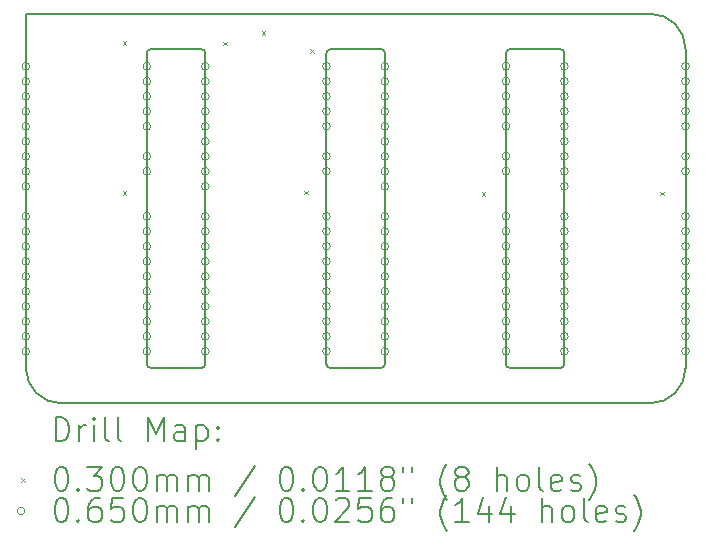
<source format=gbr>
%TF.GenerationSoftware,KiCad,Pcbnew,7.0.6-0*%
%TF.CreationDate,2023-10-14T16:46:22-04:00*%
%TF.ProjectId,FBI Board,46424920-426f-4617-9264-2e6b69636164,1*%
%TF.SameCoordinates,Original*%
%TF.FileFunction,Drillmap*%
%TF.FilePolarity,Positive*%
%FSLAX45Y45*%
G04 Gerber Fmt 4.5, Leading zero omitted, Abs format (unit mm)*
G04 Created by KiCad (PCBNEW 7.0.6-0) date 2023-10-14 16:46:22*
%MOMM*%
%LPD*%
G01*
G04 APERTURE LIST*
%ADD10C,0.150000*%
%ADD11C,0.200000*%
%ADD12C,0.030000*%
%ADD13C,0.065000*%
G04 APERTURE END LIST*
D10*
X11223000Y-8405000D02*
X11223000Y-11403852D01*
X15320000Y-8706000D02*
G75*
G03*
X15288000Y-8738000I0J-32000D01*
G01*
X12743000Y-8737000D02*
G75*
G03*
X12711000Y-8705000I-32000J0D01*
G01*
X13768000Y-11371000D02*
X13768000Y-8738000D01*
X12248000Y-11371000D02*
G75*
G03*
X12280000Y-11403000I32000J0D01*
G01*
X15784000Y-8738000D02*
X15784000Y-11371000D01*
X16508978Y-8405000D02*
X11223000Y-8405000D01*
X12248000Y-11371000D02*
X12248000Y-8737000D01*
X15752000Y-11403000D02*
X15320000Y-11403000D01*
X16508977Y-11704000D02*
X11523000Y-11704000D01*
X13800000Y-8706000D02*
G75*
G03*
X13768000Y-8738000I0J-32000D01*
G01*
X16809000Y-8705022D02*
X16809000Y-11403978D01*
X12743000Y-8737000D02*
X12743000Y-11371000D01*
X14263000Y-8738000D02*
G75*
G03*
X14231000Y-8706000I-32000J0D01*
G01*
X14263000Y-8738000D02*
X14263000Y-11371000D01*
X12280000Y-8705000D02*
X12711000Y-8705000D01*
X11222996Y-11403852D02*
G75*
G03*
X11523022Y-11703874I300024J2D01*
G01*
X13800000Y-8706000D02*
X14231000Y-8706000D01*
X12280000Y-8705000D02*
G75*
G03*
X12248000Y-8737000I0J-32000D01*
G01*
X15784000Y-8738000D02*
G75*
G03*
X15752000Y-8706000I-32000J0D01*
G01*
X16809000Y-8705022D02*
G75*
G03*
X16508978Y-8405000I-300020J2D01*
G01*
X13768000Y-11371000D02*
G75*
G03*
X13800000Y-11403000I32000J0D01*
G01*
X15320000Y-8706000D02*
X15752000Y-8706000D01*
X12711000Y-11403000D02*
G75*
G03*
X12743000Y-11371000I0J32000D01*
G01*
X15752000Y-11403000D02*
G75*
G03*
X15784000Y-11371000I0J32000D01*
G01*
X16508977Y-11704000D02*
G75*
G03*
X16809000Y-11403978I3J300020D01*
G01*
X14231000Y-11403000D02*
G75*
G03*
X14263000Y-11371000I0J32000D01*
G01*
X15288000Y-11371000D02*
G75*
G03*
X15320000Y-11403000I32000J0D01*
G01*
X12711000Y-11403000D02*
X12280000Y-11403000D01*
X14231000Y-11403000D02*
X13800000Y-11403000D01*
X15288000Y-11371000D02*
X15288000Y-8738000D01*
D11*
D12*
X12044000Y-8640000D02*
X12074000Y-8670000D01*
X12074000Y-8640000D02*
X12044000Y-8670000D01*
X12045000Y-9907000D02*
X12075000Y-9937000D01*
X12075000Y-9907000D02*
X12045000Y-9937000D01*
X12894000Y-8643000D02*
X12924000Y-8673000D01*
X12924000Y-8643000D02*
X12894000Y-8673000D01*
X13222000Y-8551000D02*
X13252000Y-8581000D01*
X13252000Y-8551000D02*
X13222000Y-8581000D01*
X13582000Y-9903000D02*
X13612000Y-9933000D01*
X13612000Y-9903000D02*
X13582000Y-9933000D01*
X13632000Y-8706000D02*
X13662000Y-8736000D01*
X13662000Y-8706000D02*
X13632000Y-8736000D01*
X15083000Y-9915000D02*
X15113000Y-9945000D01*
X15113000Y-9915000D02*
X15083000Y-9945000D01*
X16593000Y-9913000D02*
X16623000Y-9943000D01*
X16623000Y-9913000D02*
X16593000Y-9943000D01*
D13*
X11255500Y-8850000D02*
G75*
G03*
X11255500Y-8850000I-32500J0D01*
G01*
X11255500Y-8977000D02*
G75*
G03*
X11255500Y-8977000I-32500J0D01*
G01*
X11255500Y-9104000D02*
G75*
G03*
X11255500Y-9104000I-32500J0D01*
G01*
X11255500Y-9231000D02*
G75*
G03*
X11255500Y-9231000I-32500J0D01*
G01*
X11255500Y-9358000D02*
G75*
G03*
X11255500Y-9358000I-32500J0D01*
G01*
X11255500Y-9485000D02*
G75*
G03*
X11255500Y-9485000I-32500J0D01*
G01*
X11255500Y-9612000D02*
G75*
G03*
X11255500Y-9612000I-32500J0D01*
G01*
X11255500Y-9739000D02*
G75*
G03*
X11255500Y-9739000I-32500J0D01*
G01*
X11255500Y-9866000D02*
G75*
G03*
X11255500Y-9866000I-32500J0D01*
G01*
X11255500Y-10120000D02*
G75*
G03*
X11255500Y-10120000I-32500J0D01*
G01*
X11255500Y-10247000D02*
G75*
G03*
X11255500Y-10247000I-32500J0D01*
G01*
X11255500Y-10374000D02*
G75*
G03*
X11255500Y-10374000I-32500J0D01*
G01*
X11255500Y-10501000D02*
G75*
G03*
X11255500Y-10501000I-32500J0D01*
G01*
X11255500Y-10628000D02*
G75*
G03*
X11255500Y-10628000I-32500J0D01*
G01*
X11255500Y-10755000D02*
G75*
G03*
X11255500Y-10755000I-32500J0D01*
G01*
X11255500Y-10882000D02*
G75*
G03*
X11255500Y-10882000I-32500J0D01*
G01*
X11255500Y-11009000D02*
G75*
G03*
X11255500Y-11009000I-32500J0D01*
G01*
X11255500Y-11136000D02*
G75*
G03*
X11255500Y-11136000I-32500J0D01*
G01*
X11255500Y-11263000D02*
G75*
G03*
X11255500Y-11263000I-32500J0D01*
G01*
X12280500Y-8849000D02*
G75*
G03*
X12280500Y-8849000I-32500J0D01*
G01*
X12280500Y-8976000D02*
G75*
G03*
X12280500Y-8976000I-32500J0D01*
G01*
X12280500Y-9103000D02*
G75*
G03*
X12280500Y-9103000I-32500J0D01*
G01*
X12280500Y-9230000D02*
G75*
G03*
X12280500Y-9230000I-32500J0D01*
G01*
X12280500Y-9357000D02*
G75*
G03*
X12280500Y-9357000I-32500J0D01*
G01*
X12280500Y-9611000D02*
G75*
G03*
X12280500Y-9611000I-32500J0D01*
G01*
X12280500Y-9738000D02*
G75*
G03*
X12280500Y-9738000I-32500J0D01*
G01*
X12280500Y-10119000D02*
G75*
G03*
X12280500Y-10119000I-32500J0D01*
G01*
X12280500Y-10246000D02*
G75*
G03*
X12280500Y-10246000I-32500J0D01*
G01*
X12280500Y-10373000D02*
G75*
G03*
X12280500Y-10373000I-32500J0D01*
G01*
X12280500Y-10500000D02*
G75*
G03*
X12280500Y-10500000I-32500J0D01*
G01*
X12280500Y-10627000D02*
G75*
G03*
X12280500Y-10627000I-32500J0D01*
G01*
X12280500Y-10754000D02*
G75*
G03*
X12280500Y-10754000I-32500J0D01*
G01*
X12280500Y-10881000D02*
G75*
G03*
X12280500Y-10881000I-32500J0D01*
G01*
X12280500Y-11008000D02*
G75*
G03*
X12280500Y-11008000I-32500J0D01*
G01*
X12280500Y-11135000D02*
G75*
G03*
X12280500Y-11135000I-32500J0D01*
G01*
X12280500Y-11262000D02*
G75*
G03*
X12280500Y-11262000I-32500J0D01*
G01*
X12775500Y-8850000D02*
G75*
G03*
X12775500Y-8850000I-32500J0D01*
G01*
X12775500Y-8977000D02*
G75*
G03*
X12775500Y-8977000I-32500J0D01*
G01*
X12775500Y-9104000D02*
G75*
G03*
X12775500Y-9104000I-32500J0D01*
G01*
X12775500Y-9231000D02*
G75*
G03*
X12775500Y-9231000I-32500J0D01*
G01*
X12775500Y-9358000D02*
G75*
G03*
X12775500Y-9358000I-32500J0D01*
G01*
X12775500Y-9485000D02*
G75*
G03*
X12775500Y-9485000I-32500J0D01*
G01*
X12775500Y-9612000D02*
G75*
G03*
X12775500Y-9612000I-32500J0D01*
G01*
X12775500Y-9739000D02*
G75*
G03*
X12775500Y-9739000I-32500J0D01*
G01*
X12775500Y-9866000D02*
G75*
G03*
X12775500Y-9866000I-32500J0D01*
G01*
X12775500Y-10120000D02*
G75*
G03*
X12775500Y-10120000I-32500J0D01*
G01*
X12775500Y-10247000D02*
G75*
G03*
X12775500Y-10247000I-32500J0D01*
G01*
X12775500Y-10374000D02*
G75*
G03*
X12775500Y-10374000I-32500J0D01*
G01*
X12775500Y-10501000D02*
G75*
G03*
X12775500Y-10501000I-32500J0D01*
G01*
X12775500Y-10628000D02*
G75*
G03*
X12775500Y-10628000I-32500J0D01*
G01*
X12775500Y-10755000D02*
G75*
G03*
X12775500Y-10755000I-32500J0D01*
G01*
X12775500Y-10882000D02*
G75*
G03*
X12775500Y-10882000I-32500J0D01*
G01*
X12775500Y-11009000D02*
G75*
G03*
X12775500Y-11009000I-32500J0D01*
G01*
X12775500Y-11136000D02*
G75*
G03*
X12775500Y-11136000I-32500J0D01*
G01*
X12775500Y-11263000D02*
G75*
G03*
X12775500Y-11263000I-32500J0D01*
G01*
X13800500Y-8849000D02*
G75*
G03*
X13800500Y-8849000I-32500J0D01*
G01*
X13800500Y-8976000D02*
G75*
G03*
X13800500Y-8976000I-32500J0D01*
G01*
X13800500Y-9103000D02*
G75*
G03*
X13800500Y-9103000I-32500J0D01*
G01*
X13800500Y-9230000D02*
G75*
G03*
X13800500Y-9230000I-32500J0D01*
G01*
X13800500Y-9357000D02*
G75*
G03*
X13800500Y-9357000I-32500J0D01*
G01*
X13800500Y-9611000D02*
G75*
G03*
X13800500Y-9611000I-32500J0D01*
G01*
X13800500Y-9738000D02*
G75*
G03*
X13800500Y-9738000I-32500J0D01*
G01*
X13800500Y-10119000D02*
G75*
G03*
X13800500Y-10119000I-32500J0D01*
G01*
X13800500Y-10246000D02*
G75*
G03*
X13800500Y-10246000I-32500J0D01*
G01*
X13800500Y-10373000D02*
G75*
G03*
X13800500Y-10373000I-32500J0D01*
G01*
X13800500Y-10500000D02*
G75*
G03*
X13800500Y-10500000I-32500J0D01*
G01*
X13800500Y-10627000D02*
G75*
G03*
X13800500Y-10627000I-32500J0D01*
G01*
X13800500Y-10754000D02*
G75*
G03*
X13800500Y-10754000I-32500J0D01*
G01*
X13800500Y-10881000D02*
G75*
G03*
X13800500Y-10881000I-32500J0D01*
G01*
X13800500Y-11008000D02*
G75*
G03*
X13800500Y-11008000I-32500J0D01*
G01*
X13800500Y-11135000D02*
G75*
G03*
X13800500Y-11135000I-32500J0D01*
G01*
X13800500Y-11262000D02*
G75*
G03*
X13800500Y-11262000I-32500J0D01*
G01*
X14295500Y-8850000D02*
G75*
G03*
X14295500Y-8850000I-32500J0D01*
G01*
X14295500Y-8977000D02*
G75*
G03*
X14295500Y-8977000I-32500J0D01*
G01*
X14295500Y-9104000D02*
G75*
G03*
X14295500Y-9104000I-32500J0D01*
G01*
X14295500Y-9231000D02*
G75*
G03*
X14295500Y-9231000I-32500J0D01*
G01*
X14295500Y-9358000D02*
G75*
G03*
X14295500Y-9358000I-32500J0D01*
G01*
X14295500Y-9485000D02*
G75*
G03*
X14295500Y-9485000I-32500J0D01*
G01*
X14295500Y-9612000D02*
G75*
G03*
X14295500Y-9612000I-32500J0D01*
G01*
X14295500Y-9739000D02*
G75*
G03*
X14295500Y-9739000I-32500J0D01*
G01*
X14295500Y-9866000D02*
G75*
G03*
X14295500Y-9866000I-32500J0D01*
G01*
X14295500Y-10120000D02*
G75*
G03*
X14295500Y-10120000I-32500J0D01*
G01*
X14295500Y-10247000D02*
G75*
G03*
X14295500Y-10247000I-32500J0D01*
G01*
X14295500Y-10374000D02*
G75*
G03*
X14295500Y-10374000I-32500J0D01*
G01*
X14295500Y-10501000D02*
G75*
G03*
X14295500Y-10501000I-32500J0D01*
G01*
X14295500Y-10628000D02*
G75*
G03*
X14295500Y-10628000I-32500J0D01*
G01*
X14295500Y-10755000D02*
G75*
G03*
X14295500Y-10755000I-32500J0D01*
G01*
X14295500Y-10882000D02*
G75*
G03*
X14295500Y-10882000I-32500J0D01*
G01*
X14295500Y-11009000D02*
G75*
G03*
X14295500Y-11009000I-32500J0D01*
G01*
X14295500Y-11136000D02*
G75*
G03*
X14295500Y-11136000I-32500J0D01*
G01*
X14295500Y-11263000D02*
G75*
G03*
X14295500Y-11263000I-32500J0D01*
G01*
X15320500Y-8849000D02*
G75*
G03*
X15320500Y-8849000I-32500J0D01*
G01*
X15320500Y-8976000D02*
G75*
G03*
X15320500Y-8976000I-32500J0D01*
G01*
X15320500Y-9103000D02*
G75*
G03*
X15320500Y-9103000I-32500J0D01*
G01*
X15320500Y-9230000D02*
G75*
G03*
X15320500Y-9230000I-32500J0D01*
G01*
X15320500Y-9357000D02*
G75*
G03*
X15320500Y-9357000I-32500J0D01*
G01*
X15320500Y-9611000D02*
G75*
G03*
X15320500Y-9611000I-32500J0D01*
G01*
X15320500Y-9738000D02*
G75*
G03*
X15320500Y-9738000I-32500J0D01*
G01*
X15320500Y-10119000D02*
G75*
G03*
X15320500Y-10119000I-32500J0D01*
G01*
X15320500Y-10246000D02*
G75*
G03*
X15320500Y-10246000I-32500J0D01*
G01*
X15320500Y-10373000D02*
G75*
G03*
X15320500Y-10373000I-32500J0D01*
G01*
X15320500Y-10500000D02*
G75*
G03*
X15320500Y-10500000I-32500J0D01*
G01*
X15320500Y-10627000D02*
G75*
G03*
X15320500Y-10627000I-32500J0D01*
G01*
X15320500Y-10754000D02*
G75*
G03*
X15320500Y-10754000I-32500J0D01*
G01*
X15320500Y-10881000D02*
G75*
G03*
X15320500Y-10881000I-32500J0D01*
G01*
X15320500Y-11008000D02*
G75*
G03*
X15320500Y-11008000I-32500J0D01*
G01*
X15320500Y-11135000D02*
G75*
G03*
X15320500Y-11135000I-32500J0D01*
G01*
X15320500Y-11262000D02*
G75*
G03*
X15320500Y-11262000I-32500J0D01*
G01*
X15816500Y-8850000D02*
G75*
G03*
X15816500Y-8850000I-32500J0D01*
G01*
X15816500Y-8977000D02*
G75*
G03*
X15816500Y-8977000I-32500J0D01*
G01*
X15816500Y-9104000D02*
G75*
G03*
X15816500Y-9104000I-32500J0D01*
G01*
X15816500Y-9231000D02*
G75*
G03*
X15816500Y-9231000I-32500J0D01*
G01*
X15816500Y-9358000D02*
G75*
G03*
X15816500Y-9358000I-32500J0D01*
G01*
X15816500Y-9485000D02*
G75*
G03*
X15816500Y-9485000I-32500J0D01*
G01*
X15816500Y-9612000D02*
G75*
G03*
X15816500Y-9612000I-32500J0D01*
G01*
X15816500Y-9739000D02*
G75*
G03*
X15816500Y-9739000I-32500J0D01*
G01*
X15816500Y-9866000D02*
G75*
G03*
X15816500Y-9866000I-32500J0D01*
G01*
X15816500Y-10120000D02*
G75*
G03*
X15816500Y-10120000I-32500J0D01*
G01*
X15816500Y-10247000D02*
G75*
G03*
X15816500Y-10247000I-32500J0D01*
G01*
X15816500Y-10374000D02*
G75*
G03*
X15816500Y-10374000I-32500J0D01*
G01*
X15816500Y-10501000D02*
G75*
G03*
X15816500Y-10501000I-32500J0D01*
G01*
X15816500Y-10628000D02*
G75*
G03*
X15816500Y-10628000I-32500J0D01*
G01*
X15816500Y-10755000D02*
G75*
G03*
X15816500Y-10755000I-32500J0D01*
G01*
X15816500Y-10882000D02*
G75*
G03*
X15816500Y-10882000I-32500J0D01*
G01*
X15816500Y-11009000D02*
G75*
G03*
X15816500Y-11009000I-32500J0D01*
G01*
X15816500Y-11136000D02*
G75*
G03*
X15816500Y-11136000I-32500J0D01*
G01*
X15816500Y-11263000D02*
G75*
G03*
X15816500Y-11263000I-32500J0D01*
G01*
X16841500Y-8849000D02*
G75*
G03*
X16841500Y-8849000I-32500J0D01*
G01*
X16841500Y-8976000D02*
G75*
G03*
X16841500Y-8976000I-32500J0D01*
G01*
X16841500Y-9103000D02*
G75*
G03*
X16841500Y-9103000I-32500J0D01*
G01*
X16841500Y-9230000D02*
G75*
G03*
X16841500Y-9230000I-32500J0D01*
G01*
X16841500Y-9357000D02*
G75*
G03*
X16841500Y-9357000I-32500J0D01*
G01*
X16841500Y-9611000D02*
G75*
G03*
X16841500Y-9611000I-32500J0D01*
G01*
X16841500Y-9738000D02*
G75*
G03*
X16841500Y-9738000I-32500J0D01*
G01*
X16841500Y-10119000D02*
G75*
G03*
X16841500Y-10119000I-32500J0D01*
G01*
X16841500Y-10246000D02*
G75*
G03*
X16841500Y-10246000I-32500J0D01*
G01*
X16841500Y-10373000D02*
G75*
G03*
X16841500Y-10373000I-32500J0D01*
G01*
X16841500Y-10500000D02*
G75*
G03*
X16841500Y-10500000I-32500J0D01*
G01*
X16841500Y-10627000D02*
G75*
G03*
X16841500Y-10627000I-32500J0D01*
G01*
X16841500Y-10754000D02*
G75*
G03*
X16841500Y-10754000I-32500J0D01*
G01*
X16841500Y-10881000D02*
G75*
G03*
X16841500Y-10881000I-32500J0D01*
G01*
X16841500Y-11008000D02*
G75*
G03*
X16841500Y-11008000I-32500J0D01*
G01*
X16841500Y-11135000D02*
G75*
G03*
X16841500Y-11135000I-32500J0D01*
G01*
X16841500Y-11262000D02*
G75*
G03*
X16841500Y-11262000I-32500J0D01*
G01*
D11*
X11476277Y-12022984D02*
X11476277Y-11822984D01*
X11476277Y-11822984D02*
X11523896Y-11822984D01*
X11523896Y-11822984D02*
X11552467Y-11832508D01*
X11552467Y-11832508D02*
X11571515Y-11851555D01*
X11571515Y-11851555D02*
X11581039Y-11870603D01*
X11581039Y-11870603D02*
X11590562Y-11908698D01*
X11590562Y-11908698D02*
X11590562Y-11937269D01*
X11590562Y-11937269D02*
X11581039Y-11975365D01*
X11581039Y-11975365D02*
X11571515Y-11994412D01*
X11571515Y-11994412D02*
X11552467Y-12013460D01*
X11552467Y-12013460D02*
X11523896Y-12022984D01*
X11523896Y-12022984D02*
X11476277Y-12022984D01*
X11676277Y-12022984D02*
X11676277Y-11889650D01*
X11676277Y-11927746D02*
X11685801Y-11908698D01*
X11685801Y-11908698D02*
X11695324Y-11899174D01*
X11695324Y-11899174D02*
X11714372Y-11889650D01*
X11714372Y-11889650D02*
X11733420Y-11889650D01*
X11800086Y-12022984D02*
X11800086Y-11889650D01*
X11800086Y-11822984D02*
X11790562Y-11832508D01*
X11790562Y-11832508D02*
X11800086Y-11842031D01*
X11800086Y-11842031D02*
X11809610Y-11832508D01*
X11809610Y-11832508D02*
X11800086Y-11822984D01*
X11800086Y-11822984D02*
X11800086Y-11842031D01*
X11923896Y-12022984D02*
X11904848Y-12013460D01*
X11904848Y-12013460D02*
X11895324Y-11994412D01*
X11895324Y-11994412D02*
X11895324Y-11822984D01*
X12028658Y-12022984D02*
X12009610Y-12013460D01*
X12009610Y-12013460D02*
X12000086Y-11994412D01*
X12000086Y-11994412D02*
X12000086Y-11822984D01*
X12257229Y-12022984D02*
X12257229Y-11822984D01*
X12257229Y-11822984D02*
X12323896Y-11965841D01*
X12323896Y-11965841D02*
X12390562Y-11822984D01*
X12390562Y-11822984D02*
X12390562Y-12022984D01*
X12571515Y-12022984D02*
X12571515Y-11918222D01*
X12571515Y-11918222D02*
X12561991Y-11899174D01*
X12561991Y-11899174D02*
X12542943Y-11889650D01*
X12542943Y-11889650D02*
X12504848Y-11889650D01*
X12504848Y-11889650D02*
X12485801Y-11899174D01*
X12571515Y-12013460D02*
X12552467Y-12022984D01*
X12552467Y-12022984D02*
X12504848Y-12022984D01*
X12504848Y-12022984D02*
X12485801Y-12013460D01*
X12485801Y-12013460D02*
X12476277Y-11994412D01*
X12476277Y-11994412D02*
X12476277Y-11975365D01*
X12476277Y-11975365D02*
X12485801Y-11956317D01*
X12485801Y-11956317D02*
X12504848Y-11946793D01*
X12504848Y-11946793D02*
X12552467Y-11946793D01*
X12552467Y-11946793D02*
X12571515Y-11937269D01*
X12666753Y-11889650D02*
X12666753Y-12089650D01*
X12666753Y-11899174D02*
X12685801Y-11889650D01*
X12685801Y-11889650D02*
X12723896Y-11889650D01*
X12723896Y-11889650D02*
X12742943Y-11899174D01*
X12742943Y-11899174D02*
X12752467Y-11908698D01*
X12752467Y-11908698D02*
X12761991Y-11927746D01*
X12761991Y-11927746D02*
X12761991Y-11984888D01*
X12761991Y-11984888D02*
X12752467Y-12003936D01*
X12752467Y-12003936D02*
X12742943Y-12013460D01*
X12742943Y-12013460D02*
X12723896Y-12022984D01*
X12723896Y-12022984D02*
X12685801Y-12022984D01*
X12685801Y-12022984D02*
X12666753Y-12013460D01*
X12847705Y-12003936D02*
X12857229Y-12013460D01*
X12857229Y-12013460D02*
X12847705Y-12022984D01*
X12847705Y-12022984D02*
X12838182Y-12013460D01*
X12838182Y-12013460D02*
X12847705Y-12003936D01*
X12847705Y-12003936D02*
X12847705Y-12022984D01*
X12847705Y-11899174D02*
X12857229Y-11908698D01*
X12857229Y-11908698D02*
X12847705Y-11918222D01*
X12847705Y-11918222D02*
X12838182Y-11908698D01*
X12838182Y-11908698D02*
X12847705Y-11899174D01*
X12847705Y-11899174D02*
X12847705Y-11918222D01*
D12*
X11185500Y-12336500D02*
X11215500Y-12366500D01*
X11215500Y-12336500D02*
X11185500Y-12366500D01*
D11*
X11514372Y-12242984D02*
X11533420Y-12242984D01*
X11533420Y-12242984D02*
X11552467Y-12252508D01*
X11552467Y-12252508D02*
X11561991Y-12262031D01*
X11561991Y-12262031D02*
X11571515Y-12281079D01*
X11571515Y-12281079D02*
X11581039Y-12319174D01*
X11581039Y-12319174D02*
X11581039Y-12366793D01*
X11581039Y-12366793D02*
X11571515Y-12404888D01*
X11571515Y-12404888D02*
X11561991Y-12423936D01*
X11561991Y-12423936D02*
X11552467Y-12433460D01*
X11552467Y-12433460D02*
X11533420Y-12442984D01*
X11533420Y-12442984D02*
X11514372Y-12442984D01*
X11514372Y-12442984D02*
X11495324Y-12433460D01*
X11495324Y-12433460D02*
X11485801Y-12423936D01*
X11485801Y-12423936D02*
X11476277Y-12404888D01*
X11476277Y-12404888D02*
X11466753Y-12366793D01*
X11466753Y-12366793D02*
X11466753Y-12319174D01*
X11466753Y-12319174D02*
X11476277Y-12281079D01*
X11476277Y-12281079D02*
X11485801Y-12262031D01*
X11485801Y-12262031D02*
X11495324Y-12252508D01*
X11495324Y-12252508D02*
X11514372Y-12242984D01*
X11666753Y-12423936D02*
X11676277Y-12433460D01*
X11676277Y-12433460D02*
X11666753Y-12442984D01*
X11666753Y-12442984D02*
X11657229Y-12433460D01*
X11657229Y-12433460D02*
X11666753Y-12423936D01*
X11666753Y-12423936D02*
X11666753Y-12442984D01*
X11742943Y-12242984D02*
X11866753Y-12242984D01*
X11866753Y-12242984D02*
X11800086Y-12319174D01*
X11800086Y-12319174D02*
X11828658Y-12319174D01*
X11828658Y-12319174D02*
X11847705Y-12328698D01*
X11847705Y-12328698D02*
X11857229Y-12338222D01*
X11857229Y-12338222D02*
X11866753Y-12357269D01*
X11866753Y-12357269D02*
X11866753Y-12404888D01*
X11866753Y-12404888D02*
X11857229Y-12423936D01*
X11857229Y-12423936D02*
X11847705Y-12433460D01*
X11847705Y-12433460D02*
X11828658Y-12442984D01*
X11828658Y-12442984D02*
X11771515Y-12442984D01*
X11771515Y-12442984D02*
X11752467Y-12433460D01*
X11752467Y-12433460D02*
X11742943Y-12423936D01*
X11990562Y-12242984D02*
X12009610Y-12242984D01*
X12009610Y-12242984D02*
X12028658Y-12252508D01*
X12028658Y-12252508D02*
X12038182Y-12262031D01*
X12038182Y-12262031D02*
X12047705Y-12281079D01*
X12047705Y-12281079D02*
X12057229Y-12319174D01*
X12057229Y-12319174D02*
X12057229Y-12366793D01*
X12057229Y-12366793D02*
X12047705Y-12404888D01*
X12047705Y-12404888D02*
X12038182Y-12423936D01*
X12038182Y-12423936D02*
X12028658Y-12433460D01*
X12028658Y-12433460D02*
X12009610Y-12442984D01*
X12009610Y-12442984D02*
X11990562Y-12442984D01*
X11990562Y-12442984D02*
X11971515Y-12433460D01*
X11971515Y-12433460D02*
X11961991Y-12423936D01*
X11961991Y-12423936D02*
X11952467Y-12404888D01*
X11952467Y-12404888D02*
X11942943Y-12366793D01*
X11942943Y-12366793D02*
X11942943Y-12319174D01*
X11942943Y-12319174D02*
X11952467Y-12281079D01*
X11952467Y-12281079D02*
X11961991Y-12262031D01*
X11961991Y-12262031D02*
X11971515Y-12252508D01*
X11971515Y-12252508D02*
X11990562Y-12242984D01*
X12181039Y-12242984D02*
X12200086Y-12242984D01*
X12200086Y-12242984D02*
X12219134Y-12252508D01*
X12219134Y-12252508D02*
X12228658Y-12262031D01*
X12228658Y-12262031D02*
X12238182Y-12281079D01*
X12238182Y-12281079D02*
X12247705Y-12319174D01*
X12247705Y-12319174D02*
X12247705Y-12366793D01*
X12247705Y-12366793D02*
X12238182Y-12404888D01*
X12238182Y-12404888D02*
X12228658Y-12423936D01*
X12228658Y-12423936D02*
X12219134Y-12433460D01*
X12219134Y-12433460D02*
X12200086Y-12442984D01*
X12200086Y-12442984D02*
X12181039Y-12442984D01*
X12181039Y-12442984D02*
X12161991Y-12433460D01*
X12161991Y-12433460D02*
X12152467Y-12423936D01*
X12152467Y-12423936D02*
X12142943Y-12404888D01*
X12142943Y-12404888D02*
X12133420Y-12366793D01*
X12133420Y-12366793D02*
X12133420Y-12319174D01*
X12133420Y-12319174D02*
X12142943Y-12281079D01*
X12142943Y-12281079D02*
X12152467Y-12262031D01*
X12152467Y-12262031D02*
X12161991Y-12252508D01*
X12161991Y-12252508D02*
X12181039Y-12242984D01*
X12333420Y-12442984D02*
X12333420Y-12309650D01*
X12333420Y-12328698D02*
X12342943Y-12319174D01*
X12342943Y-12319174D02*
X12361991Y-12309650D01*
X12361991Y-12309650D02*
X12390563Y-12309650D01*
X12390563Y-12309650D02*
X12409610Y-12319174D01*
X12409610Y-12319174D02*
X12419134Y-12338222D01*
X12419134Y-12338222D02*
X12419134Y-12442984D01*
X12419134Y-12338222D02*
X12428658Y-12319174D01*
X12428658Y-12319174D02*
X12447705Y-12309650D01*
X12447705Y-12309650D02*
X12476277Y-12309650D01*
X12476277Y-12309650D02*
X12495324Y-12319174D01*
X12495324Y-12319174D02*
X12504848Y-12338222D01*
X12504848Y-12338222D02*
X12504848Y-12442984D01*
X12600086Y-12442984D02*
X12600086Y-12309650D01*
X12600086Y-12328698D02*
X12609610Y-12319174D01*
X12609610Y-12319174D02*
X12628658Y-12309650D01*
X12628658Y-12309650D02*
X12657229Y-12309650D01*
X12657229Y-12309650D02*
X12676277Y-12319174D01*
X12676277Y-12319174D02*
X12685801Y-12338222D01*
X12685801Y-12338222D02*
X12685801Y-12442984D01*
X12685801Y-12338222D02*
X12695324Y-12319174D01*
X12695324Y-12319174D02*
X12714372Y-12309650D01*
X12714372Y-12309650D02*
X12742943Y-12309650D01*
X12742943Y-12309650D02*
X12761991Y-12319174D01*
X12761991Y-12319174D02*
X12771515Y-12338222D01*
X12771515Y-12338222D02*
X12771515Y-12442984D01*
X13161991Y-12233460D02*
X12990563Y-12490603D01*
X13419134Y-12242984D02*
X13438182Y-12242984D01*
X13438182Y-12242984D02*
X13457229Y-12252508D01*
X13457229Y-12252508D02*
X13466753Y-12262031D01*
X13466753Y-12262031D02*
X13476277Y-12281079D01*
X13476277Y-12281079D02*
X13485801Y-12319174D01*
X13485801Y-12319174D02*
X13485801Y-12366793D01*
X13485801Y-12366793D02*
X13476277Y-12404888D01*
X13476277Y-12404888D02*
X13466753Y-12423936D01*
X13466753Y-12423936D02*
X13457229Y-12433460D01*
X13457229Y-12433460D02*
X13438182Y-12442984D01*
X13438182Y-12442984D02*
X13419134Y-12442984D01*
X13419134Y-12442984D02*
X13400086Y-12433460D01*
X13400086Y-12433460D02*
X13390563Y-12423936D01*
X13390563Y-12423936D02*
X13381039Y-12404888D01*
X13381039Y-12404888D02*
X13371515Y-12366793D01*
X13371515Y-12366793D02*
X13371515Y-12319174D01*
X13371515Y-12319174D02*
X13381039Y-12281079D01*
X13381039Y-12281079D02*
X13390563Y-12262031D01*
X13390563Y-12262031D02*
X13400086Y-12252508D01*
X13400086Y-12252508D02*
X13419134Y-12242984D01*
X13571515Y-12423936D02*
X13581039Y-12433460D01*
X13581039Y-12433460D02*
X13571515Y-12442984D01*
X13571515Y-12442984D02*
X13561991Y-12433460D01*
X13561991Y-12433460D02*
X13571515Y-12423936D01*
X13571515Y-12423936D02*
X13571515Y-12442984D01*
X13704848Y-12242984D02*
X13723896Y-12242984D01*
X13723896Y-12242984D02*
X13742944Y-12252508D01*
X13742944Y-12252508D02*
X13752467Y-12262031D01*
X13752467Y-12262031D02*
X13761991Y-12281079D01*
X13761991Y-12281079D02*
X13771515Y-12319174D01*
X13771515Y-12319174D02*
X13771515Y-12366793D01*
X13771515Y-12366793D02*
X13761991Y-12404888D01*
X13761991Y-12404888D02*
X13752467Y-12423936D01*
X13752467Y-12423936D02*
X13742944Y-12433460D01*
X13742944Y-12433460D02*
X13723896Y-12442984D01*
X13723896Y-12442984D02*
X13704848Y-12442984D01*
X13704848Y-12442984D02*
X13685801Y-12433460D01*
X13685801Y-12433460D02*
X13676277Y-12423936D01*
X13676277Y-12423936D02*
X13666753Y-12404888D01*
X13666753Y-12404888D02*
X13657229Y-12366793D01*
X13657229Y-12366793D02*
X13657229Y-12319174D01*
X13657229Y-12319174D02*
X13666753Y-12281079D01*
X13666753Y-12281079D02*
X13676277Y-12262031D01*
X13676277Y-12262031D02*
X13685801Y-12252508D01*
X13685801Y-12252508D02*
X13704848Y-12242984D01*
X13961991Y-12442984D02*
X13847706Y-12442984D01*
X13904848Y-12442984D02*
X13904848Y-12242984D01*
X13904848Y-12242984D02*
X13885801Y-12271555D01*
X13885801Y-12271555D02*
X13866753Y-12290603D01*
X13866753Y-12290603D02*
X13847706Y-12300127D01*
X14152467Y-12442984D02*
X14038182Y-12442984D01*
X14095325Y-12442984D02*
X14095325Y-12242984D01*
X14095325Y-12242984D02*
X14076277Y-12271555D01*
X14076277Y-12271555D02*
X14057229Y-12290603D01*
X14057229Y-12290603D02*
X14038182Y-12300127D01*
X14266753Y-12328698D02*
X14247706Y-12319174D01*
X14247706Y-12319174D02*
X14238182Y-12309650D01*
X14238182Y-12309650D02*
X14228658Y-12290603D01*
X14228658Y-12290603D02*
X14228658Y-12281079D01*
X14228658Y-12281079D02*
X14238182Y-12262031D01*
X14238182Y-12262031D02*
X14247706Y-12252508D01*
X14247706Y-12252508D02*
X14266753Y-12242984D01*
X14266753Y-12242984D02*
X14304848Y-12242984D01*
X14304848Y-12242984D02*
X14323896Y-12252508D01*
X14323896Y-12252508D02*
X14333420Y-12262031D01*
X14333420Y-12262031D02*
X14342944Y-12281079D01*
X14342944Y-12281079D02*
X14342944Y-12290603D01*
X14342944Y-12290603D02*
X14333420Y-12309650D01*
X14333420Y-12309650D02*
X14323896Y-12319174D01*
X14323896Y-12319174D02*
X14304848Y-12328698D01*
X14304848Y-12328698D02*
X14266753Y-12328698D01*
X14266753Y-12328698D02*
X14247706Y-12338222D01*
X14247706Y-12338222D02*
X14238182Y-12347746D01*
X14238182Y-12347746D02*
X14228658Y-12366793D01*
X14228658Y-12366793D02*
X14228658Y-12404888D01*
X14228658Y-12404888D02*
X14238182Y-12423936D01*
X14238182Y-12423936D02*
X14247706Y-12433460D01*
X14247706Y-12433460D02*
X14266753Y-12442984D01*
X14266753Y-12442984D02*
X14304848Y-12442984D01*
X14304848Y-12442984D02*
X14323896Y-12433460D01*
X14323896Y-12433460D02*
X14333420Y-12423936D01*
X14333420Y-12423936D02*
X14342944Y-12404888D01*
X14342944Y-12404888D02*
X14342944Y-12366793D01*
X14342944Y-12366793D02*
X14333420Y-12347746D01*
X14333420Y-12347746D02*
X14323896Y-12338222D01*
X14323896Y-12338222D02*
X14304848Y-12328698D01*
X14419134Y-12242984D02*
X14419134Y-12281079D01*
X14495325Y-12242984D02*
X14495325Y-12281079D01*
X14790563Y-12519174D02*
X14781039Y-12509650D01*
X14781039Y-12509650D02*
X14761991Y-12481079D01*
X14761991Y-12481079D02*
X14752468Y-12462031D01*
X14752468Y-12462031D02*
X14742944Y-12433460D01*
X14742944Y-12433460D02*
X14733420Y-12385841D01*
X14733420Y-12385841D02*
X14733420Y-12347746D01*
X14733420Y-12347746D02*
X14742944Y-12300127D01*
X14742944Y-12300127D02*
X14752468Y-12271555D01*
X14752468Y-12271555D02*
X14761991Y-12252508D01*
X14761991Y-12252508D02*
X14781039Y-12223936D01*
X14781039Y-12223936D02*
X14790563Y-12214412D01*
X14895325Y-12328698D02*
X14876277Y-12319174D01*
X14876277Y-12319174D02*
X14866753Y-12309650D01*
X14866753Y-12309650D02*
X14857229Y-12290603D01*
X14857229Y-12290603D02*
X14857229Y-12281079D01*
X14857229Y-12281079D02*
X14866753Y-12262031D01*
X14866753Y-12262031D02*
X14876277Y-12252508D01*
X14876277Y-12252508D02*
X14895325Y-12242984D01*
X14895325Y-12242984D02*
X14933420Y-12242984D01*
X14933420Y-12242984D02*
X14952468Y-12252508D01*
X14952468Y-12252508D02*
X14961991Y-12262031D01*
X14961991Y-12262031D02*
X14971515Y-12281079D01*
X14971515Y-12281079D02*
X14971515Y-12290603D01*
X14971515Y-12290603D02*
X14961991Y-12309650D01*
X14961991Y-12309650D02*
X14952468Y-12319174D01*
X14952468Y-12319174D02*
X14933420Y-12328698D01*
X14933420Y-12328698D02*
X14895325Y-12328698D01*
X14895325Y-12328698D02*
X14876277Y-12338222D01*
X14876277Y-12338222D02*
X14866753Y-12347746D01*
X14866753Y-12347746D02*
X14857229Y-12366793D01*
X14857229Y-12366793D02*
X14857229Y-12404888D01*
X14857229Y-12404888D02*
X14866753Y-12423936D01*
X14866753Y-12423936D02*
X14876277Y-12433460D01*
X14876277Y-12433460D02*
X14895325Y-12442984D01*
X14895325Y-12442984D02*
X14933420Y-12442984D01*
X14933420Y-12442984D02*
X14952468Y-12433460D01*
X14952468Y-12433460D02*
X14961991Y-12423936D01*
X14961991Y-12423936D02*
X14971515Y-12404888D01*
X14971515Y-12404888D02*
X14971515Y-12366793D01*
X14971515Y-12366793D02*
X14961991Y-12347746D01*
X14961991Y-12347746D02*
X14952468Y-12338222D01*
X14952468Y-12338222D02*
X14933420Y-12328698D01*
X15209610Y-12442984D02*
X15209610Y-12242984D01*
X15295325Y-12442984D02*
X15295325Y-12338222D01*
X15295325Y-12338222D02*
X15285801Y-12319174D01*
X15285801Y-12319174D02*
X15266753Y-12309650D01*
X15266753Y-12309650D02*
X15238182Y-12309650D01*
X15238182Y-12309650D02*
X15219134Y-12319174D01*
X15219134Y-12319174D02*
X15209610Y-12328698D01*
X15419134Y-12442984D02*
X15400087Y-12433460D01*
X15400087Y-12433460D02*
X15390563Y-12423936D01*
X15390563Y-12423936D02*
X15381039Y-12404888D01*
X15381039Y-12404888D02*
X15381039Y-12347746D01*
X15381039Y-12347746D02*
X15390563Y-12328698D01*
X15390563Y-12328698D02*
X15400087Y-12319174D01*
X15400087Y-12319174D02*
X15419134Y-12309650D01*
X15419134Y-12309650D02*
X15447706Y-12309650D01*
X15447706Y-12309650D02*
X15466753Y-12319174D01*
X15466753Y-12319174D02*
X15476277Y-12328698D01*
X15476277Y-12328698D02*
X15485801Y-12347746D01*
X15485801Y-12347746D02*
X15485801Y-12404888D01*
X15485801Y-12404888D02*
X15476277Y-12423936D01*
X15476277Y-12423936D02*
X15466753Y-12433460D01*
X15466753Y-12433460D02*
X15447706Y-12442984D01*
X15447706Y-12442984D02*
X15419134Y-12442984D01*
X15600087Y-12442984D02*
X15581039Y-12433460D01*
X15581039Y-12433460D02*
X15571515Y-12414412D01*
X15571515Y-12414412D02*
X15571515Y-12242984D01*
X15752468Y-12433460D02*
X15733420Y-12442984D01*
X15733420Y-12442984D02*
X15695325Y-12442984D01*
X15695325Y-12442984D02*
X15676277Y-12433460D01*
X15676277Y-12433460D02*
X15666753Y-12414412D01*
X15666753Y-12414412D02*
X15666753Y-12338222D01*
X15666753Y-12338222D02*
X15676277Y-12319174D01*
X15676277Y-12319174D02*
X15695325Y-12309650D01*
X15695325Y-12309650D02*
X15733420Y-12309650D01*
X15733420Y-12309650D02*
X15752468Y-12319174D01*
X15752468Y-12319174D02*
X15761991Y-12338222D01*
X15761991Y-12338222D02*
X15761991Y-12357269D01*
X15761991Y-12357269D02*
X15666753Y-12376317D01*
X15838182Y-12433460D02*
X15857230Y-12442984D01*
X15857230Y-12442984D02*
X15895325Y-12442984D01*
X15895325Y-12442984D02*
X15914372Y-12433460D01*
X15914372Y-12433460D02*
X15923896Y-12414412D01*
X15923896Y-12414412D02*
X15923896Y-12404888D01*
X15923896Y-12404888D02*
X15914372Y-12385841D01*
X15914372Y-12385841D02*
X15895325Y-12376317D01*
X15895325Y-12376317D02*
X15866753Y-12376317D01*
X15866753Y-12376317D02*
X15847706Y-12366793D01*
X15847706Y-12366793D02*
X15838182Y-12347746D01*
X15838182Y-12347746D02*
X15838182Y-12338222D01*
X15838182Y-12338222D02*
X15847706Y-12319174D01*
X15847706Y-12319174D02*
X15866753Y-12309650D01*
X15866753Y-12309650D02*
X15895325Y-12309650D01*
X15895325Y-12309650D02*
X15914372Y-12319174D01*
X15990563Y-12519174D02*
X16000087Y-12509650D01*
X16000087Y-12509650D02*
X16019134Y-12481079D01*
X16019134Y-12481079D02*
X16028658Y-12462031D01*
X16028658Y-12462031D02*
X16038182Y-12433460D01*
X16038182Y-12433460D02*
X16047706Y-12385841D01*
X16047706Y-12385841D02*
X16047706Y-12347746D01*
X16047706Y-12347746D02*
X16038182Y-12300127D01*
X16038182Y-12300127D02*
X16028658Y-12271555D01*
X16028658Y-12271555D02*
X16019134Y-12252508D01*
X16019134Y-12252508D02*
X16000087Y-12223936D01*
X16000087Y-12223936D02*
X15990563Y-12214412D01*
D13*
X11215500Y-12615500D02*
G75*
G03*
X11215500Y-12615500I-32500J0D01*
G01*
D11*
X11514372Y-12506984D02*
X11533420Y-12506984D01*
X11533420Y-12506984D02*
X11552467Y-12516508D01*
X11552467Y-12516508D02*
X11561991Y-12526031D01*
X11561991Y-12526031D02*
X11571515Y-12545079D01*
X11571515Y-12545079D02*
X11581039Y-12583174D01*
X11581039Y-12583174D02*
X11581039Y-12630793D01*
X11581039Y-12630793D02*
X11571515Y-12668888D01*
X11571515Y-12668888D02*
X11561991Y-12687936D01*
X11561991Y-12687936D02*
X11552467Y-12697460D01*
X11552467Y-12697460D02*
X11533420Y-12706984D01*
X11533420Y-12706984D02*
X11514372Y-12706984D01*
X11514372Y-12706984D02*
X11495324Y-12697460D01*
X11495324Y-12697460D02*
X11485801Y-12687936D01*
X11485801Y-12687936D02*
X11476277Y-12668888D01*
X11476277Y-12668888D02*
X11466753Y-12630793D01*
X11466753Y-12630793D02*
X11466753Y-12583174D01*
X11466753Y-12583174D02*
X11476277Y-12545079D01*
X11476277Y-12545079D02*
X11485801Y-12526031D01*
X11485801Y-12526031D02*
X11495324Y-12516508D01*
X11495324Y-12516508D02*
X11514372Y-12506984D01*
X11666753Y-12687936D02*
X11676277Y-12697460D01*
X11676277Y-12697460D02*
X11666753Y-12706984D01*
X11666753Y-12706984D02*
X11657229Y-12697460D01*
X11657229Y-12697460D02*
X11666753Y-12687936D01*
X11666753Y-12687936D02*
X11666753Y-12706984D01*
X11847705Y-12506984D02*
X11809610Y-12506984D01*
X11809610Y-12506984D02*
X11790562Y-12516508D01*
X11790562Y-12516508D02*
X11781039Y-12526031D01*
X11781039Y-12526031D02*
X11761991Y-12554603D01*
X11761991Y-12554603D02*
X11752467Y-12592698D01*
X11752467Y-12592698D02*
X11752467Y-12668888D01*
X11752467Y-12668888D02*
X11761991Y-12687936D01*
X11761991Y-12687936D02*
X11771515Y-12697460D01*
X11771515Y-12697460D02*
X11790562Y-12706984D01*
X11790562Y-12706984D02*
X11828658Y-12706984D01*
X11828658Y-12706984D02*
X11847705Y-12697460D01*
X11847705Y-12697460D02*
X11857229Y-12687936D01*
X11857229Y-12687936D02*
X11866753Y-12668888D01*
X11866753Y-12668888D02*
X11866753Y-12621269D01*
X11866753Y-12621269D02*
X11857229Y-12602222D01*
X11857229Y-12602222D02*
X11847705Y-12592698D01*
X11847705Y-12592698D02*
X11828658Y-12583174D01*
X11828658Y-12583174D02*
X11790562Y-12583174D01*
X11790562Y-12583174D02*
X11771515Y-12592698D01*
X11771515Y-12592698D02*
X11761991Y-12602222D01*
X11761991Y-12602222D02*
X11752467Y-12621269D01*
X12047705Y-12506984D02*
X11952467Y-12506984D01*
X11952467Y-12506984D02*
X11942943Y-12602222D01*
X11942943Y-12602222D02*
X11952467Y-12592698D01*
X11952467Y-12592698D02*
X11971515Y-12583174D01*
X11971515Y-12583174D02*
X12019134Y-12583174D01*
X12019134Y-12583174D02*
X12038182Y-12592698D01*
X12038182Y-12592698D02*
X12047705Y-12602222D01*
X12047705Y-12602222D02*
X12057229Y-12621269D01*
X12057229Y-12621269D02*
X12057229Y-12668888D01*
X12057229Y-12668888D02*
X12047705Y-12687936D01*
X12047705Y-12687936D02*
X12038182Y-12697460D01*
X12038182Y-12697460D02*
X12019134Y-12706984D01*
X12019134Y-12706984D02*
X11971515Y-12706984D01*
X11971515Y-12706984D02*
X11952467Y-12697460D01*
X11952467Y-12697460D02*
X11942943Y-12687936D01*
X12181039Y-12506984D02*
X12200086Y-12506984D01*
X12200086Y-12506984D02*
X12219134Y-12516508D01*
X12219134Y-12516508D02*
X12228658Y-12526031D01*
X12228658Y-12526031D02*
X12238182Y-12545079D01*
X12238182Y-12545079D02*
X12247705Y-12583174D01*
X12247705Y-12583174D02*
X12247705Y-12630793D01*
X12247705Y-12630793D02*
X12238182Y-12668888D01*
X12238182Y-12668888D02*
X12228658Y-12687936D01*
X12228658Y-12687936D02*
X12219134Y-12697460D01*
X12219134Y-12697460D02*
X12200086Y-12706984D01*
X12200086Y-12706984D02*
X12181039Y-12706984D01*
X12181039Y-12706984D02*
X12161991Y-12697460D01*
X12161991Y-12697460D02*
X12152467Y-12687936D01*
X12152467Y-12687936D02*
X12142943Y-12668888D01*
X12142943Y-12668888D02*
X12133420Y-12630793D01*
X12133420Y-12630793D02*
X12133420Y-12583174D01*
X12133420Y-12583174D02*
X12142943Y-12545079D01*
X12142943Y-12545079D02*
X12152467Y-12526031D01*
X12152467Y-12526031D02*
X12161991Y-12516508D01*
X12161991Y-12516508D02*
X12181039Y-12506984D01*
X12333420Y-12706984D02*
X12333420Y-12573650D01*
X12333420Y-12592698D02*
X12342943Y-12583174D01*
X12342943Y-12583174D02*
X12361991Y-12573650D01*
X12361991Y-12573650D02*
X12390563Y-12573650D01*
X12390563Y-12573650D02*
X12409610Y-12583174D01*
X12409610Y-12583174D02*
X12419134Y-12602222D01*
X12419134Y-12602222D02*
X12419134Y-12706984D01*
X12419134Y-12602222D02*
X12428658Y-12583174D01*
X12428658Y-12583174D02*
X12447705Y-12573650D01*
X12447705Y-12573650D02*
X12476277Y-12573650D01*
X12476277Y-12573650D02*
X12495324Y-12583174D01*
X12495324Y-12583174D02*
X12504848Y-12602222D01*
X12504848Y-12602222D02*
X12504848Y-12706984D01*
X12600086Y-12706984D02*
X12600086Y-12573650D01*
X12600086Y-12592698D02*
X12609610Y-12583174D01*
X12609610Y-12583174D02*
X12628658Y-12573650D01*
X12628658Y-12573650D02*
X12657229Y-12573650D01*
X12657229Y-12573650D02*
X12676277Y-12583174D01*
X12676277Y-12583174D02*
X12685801Y-12602222D01*
X12685801Y-12602222D02*
X12685801Y-12706984D01*
X12685801Y-12602222D02*
X12695324Y-12583174D01*
X12695324Y-12583174D02*
X12714372Y-12573650D01*
X12714372Y-12573650D02*
X12742943Y-12573650D01*
X12742943Y-12573650D02*
X12761991Y-12583174D01*
X12761991Y-12583174D02*
X12771515Y-12602222D01*
X12771515Y-12602222D02*
X12771515Y-12706984D01*
X13161991Y-12497460D02*
X12990563Y-12754603D01*
X13419134Y-12506984D02*
X13438182Y-12506984D01*
X13438182Y-12506984D02*
X13457229Y-12516508D01*
X13457229Y-12516508D02*
X13466753Y-12526031D01*
X13466753Y-12526031D02*
X13476277Y-12545079D01*
X13476277Y-12545079D02*
X13485801Y-12583174D01*
X13485801Y-12583174D02*
X13485801Y-12630793D01*
X13485801Y-12630793D02*
X13476277Y-12668888D01*
X13476277Y-12668888D02*
X13466753Y-12687936D01*
X13466753Y-12687936D02*
X13457229Y-12697460D01*
X13457229Y-12697460D02*
X13438182Y-12706984D01*
X13438182Y-12706984D02*
X13419134Y-12706984D01*
X13419134Y-12706984D02*
X13400086Y-12697460D01*
X13400086Y-12697460D02*
X13390563Y-12687936D01*
X13390563Y-12687936D02*
X13381039Y-12668888D01*
X13381039Y-12668888D02*
X13371515Y-12630793D01*
X13371515Y-12630793D02*
X13371515Y-12583174D01*
X13371515Y-12583174D02*
X13381039Y-12545079D01*
X13381039Y-12545079D02*
X13390563Y-12526031D01*
X13390563Y-12526031D02*
X13400086Y-12516508D01*
X13400086Y-12516508D02*
X13419134Y-12506984D01*
X13571515Y-12687936D02*
X13581039Y-12697460D01*
X13581039Y-12697460D02*
X13571515Y-12706984D01*
X13571515Y-12706984D02*
X13561991Y-12697460D01*
X13561991Y-12697460D02*
X13571515Y-12687936D01*
X13571515Y-12687936D02*
X13571515Y-12706984D01*
X13704848Y-12506984D02*
X13723896Y-12506984D01*
X13723896Y-12506984D02*
X13742944Y-12516508D01*
X13742944Y-12516508D02*
X13752467Y-12526031D01*
X13752467Y-12526031D02*
X13761991Y-12545079D01*
X13761991Y-12545079D02*
X13771515Y-12583174D01*
X13771515Y-12583174D02*
X13771515Y-12630793D01*
X13771515Y-12630793D02*
X13761991Y-12668888D01*
X13761991Y-12668888D02*
X13752467Y-12687936D01*
X13752467Y-12687936D02*
X13742944Y-12697460D01*
X13742944Y-12697460D02*
X13723896Y-12706984D01*
X13723896Y-12706984D02*
X13704848Y-12706984D01*
X13704848Y-12706984D02*
X13685801Y-12697460D01*
X13685801Y-12697460D02*
X13676277Y-12687936D01*
X13676277Y-12687936D02*
X13666753Y-12668888D01*
X13666753Y-12668888D02*
X13657229Y-12630793D01*
X13657229Y-12630793D02*
X13657229Y-12583174D01*
X13657229Y-12583174D02*
X13666753Y-12545079D01*
X13666753Y-12545079D02*
X13676277Y-12526031D01*
X13676277Y-12526031D02*
X13685801Y-12516508D01*
X13685801Y-12516508D02*
X13704848Y-12506984D01*
X13847706Y-12526031D02*
X13857229Y-12516508D01*
X13857229Y-12516508D02*
X13876277Y-12506984D01*
X13876277Y-12506984D02*
X13923896Y-12506984D01*
X13923896Y-12506984D02*
X13942944Y-12516508D01*
X13942944Y-12516508D02*
X13952467Y-12526031D01*
X13952467Y-12526031D02*
X13961991Y-12545079D01*
X13961991Y-12545079D02*
X13961991Y-12564127D01*
X13961991Y-12564127D02*
X13952467Y-12592698D01*
X13952467Y-12592698D02*
X13838182Y-12706984D01*
X13838182Y-12706984D02*
X13961991Y-12706984D01*
X14142944Y-12506984D02*
X14047706Y-12506984D01*
X14047706Y-12506984D02*
X14038182Y-12602222D01*
X14038182Y-12602222D02*
X14047706Y-12592698D01*
X14047706Y-12592698D02*
X14066753Y-12583174D01*
X14066753Y-12583174D02*
X14114372Y-12583174D01*
X14114372Y-12583174D02*
X14133420Y-12592698D01*
X14133420Y-12592698D02*
X14142944Y-12602222D01*
X14142944Y-12602222D02*
X14152467Y-12621269D01*
X14152467Y-12621269D02*
X14152467Y-12668888D01*
X14152467Y-12668888D02*
X14142944Y-12687936D01*
X14142944Y-12687936D02*
X14133420Y-12697460D01*
X14133420Y-12697460D02*
X14114372Y-12706984D01*
X14114372Y-12706984D02*
X14066753Y-12706984D01*
X14066753Y-12706984D02*
X14047706Y-12697460D01*
X14047706Y-12697460D02*
X14038182Y-12687936D01*
X14323896Y-12506984D02*
X14285801Y-12506984D01*
X14285801Y-12506984D02*
X14266753Y-12516508D01*
X14266753Y-12516508D02*
X14257229Y-12526031D01*
X14257229Y-12526031D02*
X14238182Y-12554603D01*
X14238182Y-12554603D02*
X14228658Y-12592698D01*
X14228658Y-12592698D02*
X14228658Y-12668888D01*
X14228658Y-12668888D02*
X14238182Y-12687936D01*
X14238182Y-12687936D02*
X14247706Y-12697460D01*
X14247706Y-12697460D02*
X14266753Y-12706984D01*
X14266753Y-12706984D02*
X14304848Y-12706984D01*
X14304848Y-12706984D02*
X14323896Y-12697460D01*
X14323896Y-12697460D02*
X14333420Y-12687936D01*
X14333420Y-12687936D02*
X14342944Y-12668888D01*
X14342944Y-12668888D02*
X14342944Y-12621269D01*
X14342944Y-12621269D02*
X14333420Y-12602222D01*
X14333420Y-12602222D02*
X14323896Y-12592698D01*
X14323896Y-12592698D02*
X14304848Y-12583174D01*
X14304848Y-12583174D02*
X14266753Y-12583174D01*
X14266753Y-12583174D02*
X14247706Y-12592698D01*
X14247706Y-12592698D02*
X14238182Y-12602222D01*
X14238182Y-12602222D02*
X14228658Y-12621269D01*
X14419134Y-12506984D02*
X14419134Y-12545079D01*
X14495325Y-12506984D02*
X14495325Y-12545079D01*
X14790563Y-12783174D02*
X14781039Y-12773650D01*
X14781039Y-12773650D02*
X14761991Y-12745079D01*
X14761991Y-12745079D02*
X14752468Y-12726031D01*
X14752468Y-12726031D02*
X14742944Y-12697460D01*
X14742944Y-12697460D02*
X14733420Y-12649841D01*
X14733420Y-12649841D02*
X14733420Y-12611746D01*
X14733420Y-12611746D02*
X14742944Y-12564127D01*
X14742944Y-12564127D02*
X14752468Y-12535555D01*
X14752468Y-12535555D02*
X14761991Y-12516508D01*
X14761991Y-12516508D02*
X14781039Y-12487936D01*
X14781039Y-12487936D02*
X14790563Y-12478412D01*
X14971515Y-12706984D02*
X14857229Y-12706984D01*
X14914372Y-12706984D02*
X14914372Y-12506984D01*
X14914372Y-12506984D02*
X14895325Y-12535555D01*
X14895325Y-12535555D02*
X14876277Y-12554603D01*
X14876277Y-12554603D02*
X14857229Y-12564127D01*
X15142944Y-12573650D02*
X15142944Y-12706984D01*
X15095325Y-12497460D02*
X15047706Y-12640317D01*
X15047706Y-12640317D02*
X15171515Y-12640317D01*
X15333420Y-12573650D02*
X15333420Y-12706984D01*
X15285801Y-12497460D02*
X15238182Y-12640317D01*
X15238182Y-12640317D02*
X15361991Y-12640317D01*
X15590563Y-12706984D02*
X15590563Y-12506984D01*
X15676277Y-12706984D02*
X15676277Y-12602222D01*
X15676277Y-12602222D02*
X15666753Y-12583174D01*
X15666753Y-12583174D02*
X15647706Y-12573650D01*
X15647706Y-12573650D02*
X15619134Y-12573650D01*
X15619134Y-12573650D02*
X15600087Y-12583174D01*
X15600087Y-12583174D02*
X15590563Y-12592698D01*
X15800087Y-12706984D02*
X15781039Y-12697460D01*
X15781039Y-12697460D02*
X15771515Y-12687936D01*
X15771515Y-12687936D02*
X15761991Y-12668888D01*
X15761991Y-12668888D02*
X15761991Y-12611746D01*
X15761991Y-12611746D02*
X15771515Y-12592698D01*
X15771515Y-12592698D02*
X15781039Y-12583174D01*
X15781039Y-12583174D02*
X15800087Y-12573650D01*
X15800087Y-12573650D02*
X15828658Y-12573650D01*
X15828658Y-12573650D02*
X15847706Y-12583174D01*
X15847706Y-12583174D02*
X15857230Y-12592698D01*
X15857230Y-12592698D02*
X15866753Y-12611746D01*
X15866753Y-12611746D02*
X15866753Y-12668888D01*
X15866753Y-12668888D02*
X15857230Y-12687936D01*
X15857230Y-12687936D02*
X15847706Y-12697460D01*
X15847706Y-12697460D02*
X15828658Y-12706984D01*
X15828658Y-12706984D02*
X15800087Y-12706984D01*
X15981039Y-12706984D02*
X15961991Y-12697460D01*
X15961991Y-12697460D02*
X15952468Y-12678412D01*
X15952468Y-12678412D02*
X15952468Y-12506984D01*
X16133420Y-12697460D02*
X16114372Y-12706984D01*
X16114372Y-12706984D02*
X16076277Y-12706984D01*
X16076277Y-12706984D02*
X16057230Y-12697460D01*
X16057230Y-12697460D02*
X16047706Y-12678412D01*
X16047706Y-12678412D02*
X16047706Y-12602222D01*
X16047706Y-12602222D02*
X16057230Y-12583174D01*
X16057230Y-12583174D02*
X16076277Y-12573650D01*
X16076277Y-12573650D02*
X16114372Y-12573650D01*
X16114372Y-12573650D02*
X16133420Y-12583174D01*
X16133420Y-12583174D02*
X16142944Y-12602222D01*
X16142944Y-12602222D02*
X16142944Y-12621269D01*
X16142944Y-12621269D02*
X16047706Y-12640317D01*
X16219134Y-12697460D02*
X16238182Y-12706984D01*
X16238182Y-12706984D02*
X16276277Y-12706984D01*
X16276277Y-12706984D02*
X16295325Y-12697460D01*
X16295325Y-12697460D02*
X16304849Y-12678412D01*
X16304849Y-12678412D02*
X16304849Y-12668888D01*
X16304849Y-12668888D02*
X16295325Y-12649841D01*
X16295325Y-12649841D02*
X16276277Y-12640317D01*
X16276277Y-12640317D02*
X16247706Y-12640317D01*
X16247706Y-12640317D02*
X16228658Y-12630793D01*
X16228658Y-12630793D02*
X16219134Y-12611746D01*
X16219134Y-12611746D02*
X16219134Y-12602222D01*
X16219134Y-12602222D02*
X16228658Y-12583174D01*
X16228658Y-12583174D02*
X16247706Y-12573650D01*
X16247706Y-12573650D02*
X16276277Y-12573650D01*
X16276277Y-12573650D02*
X16295325Y-12583174D01*
X16371515Y-12783174D02*
X16381039Y-12773650D01*
X16381039Y-12773650D02*
X16400087Y-12745079D01*
X16400087Y-12745079D02*
X16409611Y-12726031D01*
X16409611Y-12726031D02*
X16419134Y-12697460D01*
X16419134Y-12697460D02*
X16428658Y-12649841D01*
X16428658Y-12649841D02*
X16428658Y-12611746D01*
X16428658Y-12611746D02*
X16419134Y-12564127D01*
X16419134Y-12564127D02*
X16409611Y-12535555D01*
X16409611Y-12535555D02*
X16400087Y-12516508D01*
X16400087Y-12516508D02*
X16381039Y-12487936D01*
X16381039Y-12487936D02*
X16371515Y-12478412D01*
M02*

</source>
